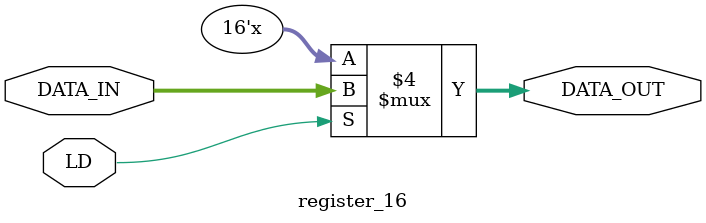
<source format=v>
module register_16 #(
	parameter WIDTH = 16
) (
	input LD,
	input [WIDTH-1:0]DATA_IN,
	output reg [WIDTH-1:0]DATA_OUT
);
	always @(LD or DATA_IN) begin
		if(LD==1'b1) begin
			DATA_OUT=DATA_IN;
		end
		else DATA_OUT=DATA_OUT;
	end
endmodule
</source>
